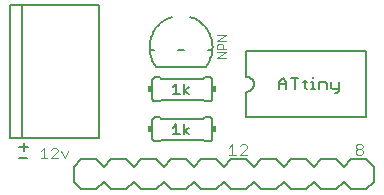
<source format=gto>
G75*
%MOIN*%
%OFA0B0*%
%FSLAX24Y24*%
%IPPOS*%
%LPD*%
%AMOC8*
5,1,8,0,0,1.08239X$1,22.5*
%
%ADD10C,0.0040*%
%ADD11C,0.0080*%
%ADD12C,0.0060*%
%ADD13C,0.0070*%
%ADD14R,0.0150X0.0200*%
%ADD15C,0.0050*%
%ADD16C,0.0030*%
D10*
X001209Y001590D02*
X001429Y001590D01*
X001319Y001590D02*
X001319Y001920D01*
X001209Y001810D01*
X001550Y001865D02*
X001605Y001920D01*
X001715Y001920D01*
X001770Y001865D01*
X001770Y001810D01*
X001550Y001590D01*
X001770Y001590D01*
X002000Y001590D02*
X002111Y001810D01*
X001890Y001810D02*
X002000Y001590D01*
X007472Y001680D02*
X007712Y001680D01*
X007592Y001680D02*
X007592Y002040D01*
X007472Y001920D01*
X007840Y001980D02*
X007900Y002040D01*
X008020Y002040D01*
X008080Y001980D01*
X008080Y001920D01*
X007840Y001680D01*
X008080Y001680D01*
X011700Y001760D02*
X011760Y001700D01*
X011880Y001700D01*
X011940Y001760D01*
X011940Y001820D01*
X011880Y001880D01*
X011760Y001880D01*
X011700Y001820D01*
X011700Y001760D01*
X011760Y001880D02*
X011700Y001940D01*
X011700Y002000D01*
X011760Y002060D01*
X011880Y002060D01*
X011940Y002000D01*
X011940Y001940D01*
X011880Y001880D01*
D11*
X002310Y001300D02*
X002310Y000800D01*
X002560Y000550D01*
X003060Y000550D01*
X003310Y000800D01*
X003560Y000550D01*
X004060Y000550D01*
X004310Y000800D01*
X004560Y000550D01*
X005060Y000550D01*
X005310Y000800D01*
X005560Y000550D01*
X006060Y000550D01*
X006310Y000800D01*
X006560Y000550D01*
X007060Y000550D01*
X007310Y000800D01*
X007560Y000550D01*
X008060Y000550D01*
X008310Y000800D01*
X008560Y000550D01*
X009060Y000550D01*
X009310Y000800D01*
X009560Y000550D01*
X010060Y000550D01*
X010310Y000800D01*
X010560Y000550D01*
X011060Y000550D01*
X011310Y000800D01*
X011560Y000550D01*
X012060Y000550D01*
X012310Y000800D01*
X012310Y001300D01*
X012060Y001550D01*
X011560Y001550D01*
X011310Y001300D01*
X011060Y001550D01*
X010560Y001550D01*
X010310Y001300D01*
X010060Y001550D01*
X009560Y001550D01*
X009310Y001300D01*
X009060Y001550D01*
X008560Y001550D01*
X008310Y001300D01*
X008060Y001550D01*
X007560Y001550D01*
X007310Y001300D01*
X007060Y001550D01*
X006560Y001550D01*
X006310Y001300D01*
X006060Y001550D01*
X005560Y001550D01*
X005310Y001300D01*
X005060Y001550D01*
X004560Y001550D01*
X004310Y001300D01*
X004060Y001550D01*
X003560Y001550D01*
X003310Y001300D01*
X003060Y001550D01*
X002560Y001550D01*
X002310Y001300D01*
X000760Y001580D02*
X000480Y001580D01*
X000630Y001820D02*
X000630Y002100D01*
X000584Y002271D02*
X000584Y006680D01*
X003144Y006680D01*
X003144Y002271D01*
X000584Y002271D01*
X000191Y002271D01*
X000191Y006680D01*
X000584Y006680D01*
X000490Y001960D02*
X000770Y001960D01*
D12*
X004920Y002250D02*
X004920Y002850D01*
X004922Y002867D01*
X004926Y002884D01*
X004933Y002900D01*
X004943Y002914D01*
X004956Y002927D01*
X004970Y002937D01*
X004986Y002944D01*
X005003Y002948D01*
X005020Y002950D01*
X005170Y002950D01*
X005220Y002900D01*
X006620Y002900D01*
X006670Y002950D01*
X006820Y002950D01*
X006837Y002948D01*
X006854Y002944D01*
X006870Y002937D01*
X006884Y002927D01*
X006897Y002914D01*
X006907Y002900D01*
X006914Y002884D01*
X006918Y002867D01*
X006920Y002850D01*
X006920Y002250D01*
X006918Y002233D01*
X006914Y002216D01*
X006907Y002200D01*
X006897Y002186D01*
X006884Y002173D01*
X006870Y002163D01*
X006854Y002156D01*
X006837Y002152D01*
X006820Y002150D01*
X006670Y002150D01*
X006620Y002200D01*
X005220Y002200D01*
X005170Y002150D01*
X005020Y002150D01*
X005003Y002152D01*
X004986Y002156D01*
X004970Y002163D01*
X004956Y002173D01*
X004943Y002186D01*
X004933Y002200D01*
X004926Y002216D01*
X004922Y002233D01*
X004920Y002250D01*
X005020Y003480D02*
X005170Y003480D01*
X005220Y003530D01*
X006620Y003530D01*
X006670Y003480D01*
X006820Y003480D01*
X006837Y003482D01*
X006854Y003486D01*
X006870Y003493D01*
X006884Y003503D01*
X006897Y003516D01*
X006907Y003530D01*
X006914Y003546D01*
X006918Y003563D01*
X006920Y003580D01*
X006920Y004180D01*
X006918Y004197D01*
X006914Y004214D01*
X006907Y004230D01*
X006897Y004244D01*
X006884Y004257D01*
X006870Y004267D01*
X006854Y004274D01*
X006837Y004278D01*
X006820Y004280D01*
X006670Y004280D01*
X006620Y004230D01*
X005220Y004230D01*
X005170Y004280D01*
X005020Y004280D01*
X005003Y004278D01*
X004986Y004274D01*
X004970Y004267D01*
X004956Y004257D01*
X004943Y004244D01*
X004933Y004230D01*
X004926Y004214D01*
X004922Y004197D01*
X004920Y004180D01*
X004920Y003580D01*
X004922Y003563D01*
X004926Y003546D01*
X004933Y003530D01*
X004943Y003516D01*
X004956Y003503D01*
X004970Y003493D01*
X004986Y003486D01*
X005003Y003482D01*
X005020Y003480D01*
X008060Y003800D02*
X008060Y002950D01*
X012060Y002950D01*
X012060Y005150D01*
X008060Y005150D01*
X008060Y004300D01*
X008090Y004298D01*
X008120Y004293D01*
X008149Y004284D01*
X008176Y004271D01*
X008202Y004256D01*
X008226Y004237D01*
X008247Y004216D01*
X008266Y004192D01*
X008281Y004166D01*
X008294Y004139D01*
X008303Y004110D01*
X008308Y004080D01*
X008310Y004050D01*
X008308Y004020D01*
X008303Y003990D01*
X008294Y003961D01*
X008281Y003934D01*
X008266Y003908D01*
X008247Y003884D01*
X008226Y003863D01*
X008202Y003844D01*
X008176Y003829D01*
X008149Y003816D01*
X008120Y003807D01*
X008090Y003802D01*
X008060Y003800D01*
D13*
X009145Y003875D02*
X009145Y004120D01*
X009267Y004242D01*
X009390Y004120D01*
X009390Y003875D01*
X009670Y003875D02*
X009670Y004242D01*
X009792Y004242D02*
X009547Y004242D01*
X009390Y004059D02*
X009145Y004059D01*
X009950Y004120D02*
X010072Y004120D01*
X010011Y004181D02*
X010011Y003936D01*
X010072Y003875D01*
X010218Y003875D02*
X010340Y003875D01*
X010279Y003875D02*
X010279Y004120D01*
X010218Y004120D01*
X010279Y004242D02*
X010279Y004304D01*
X010486Y004120D02*
X010670Y004120D01*
X010731Y004059D01*
X010731Y003875D01*
X010889Y003936D02*
X010950Y003875D01*
X011134Y003875D01*
X011134Y003814D02*
X011072Y003753D01*
X011011Y003753D01*
X011134Y003814D02*
X011134Y004120D01*
X010889Y004120D02*
X010889Y003936D01*
X010486Y003875D02*
X010486Y004120D01*
D14*
X006995Y003880D03*
X004845Y003880D03*
X004845Y002550D03*
X006995Y002550D03*
D15*
X006140Y002604D02*
X005968Y002490D01*
X006140Y002375D01*
X005968Y002375D02*
X005968Y002719D01*
X005720Y002719D02*
X005720Y002375D01*
X005606Y002375D02*
X005835Y002375D01*
X005606Y002604D02*
X005720Y002719D01*
X005720Y003715D02*
X005720Y004059D01*
X005606Y003944D01*
X005606Y003715D02*
X005835Y003715D01*
X005968Y003715D02*
X005968Y004059D01*
X006140Y003944D02*
X005968Y003830D01*
X006140Y003715D01*
X006705Y004630D02*
X005055Y004630D01*
X004993Y005180D02*
X004835Y005180D01*
X005767Y005180D02*
X005993Y005180D01*
X005055Y004630D02*
X005020Y004678D01*
X004987Y004728D01*
X004956Y004780D01*
X004929Y004834D01*
X004905Y004889D01*
X004885Y004946D01*
X004867Y005003D01*
X004853Y005061D01*
X004842Y005120D01*
X004835Y005180D01*
X004831Y005242D01*
X004830Y005305D01*
X004834Y005367D01*
X004841Y005429D01*
X004851Y005490D01*
X004866Y005551D01*
X004884Y005611D01*
X004905Y005670D01*
X004930Y005727D01*
X004958Y005782D01*
X004989Y005836D01*
X005024Y005888D01*
X005062Y005938D01*
X005102Y005985D01*
X005146Y006030D01*
X005191Y006073D01*
X005240Y006112D01*
X005290Y006149D01*
X005343Y006182D01*
X005397Y006213D01*
X005454Y006240D01*
X005511Y006263D01*
X005570Y006283D01*
X006190Y006283D02*
X006250Y006263D01*
X006309Y006239D01*
X006366Y006211D01*
X006421Y006180D01*
X006475Y006145D01*
X006526Y006108D01*
X006575Y006067D01*
X006621Y006023D01*
X006665Y005977D01*
X006706Y005928D01*
X006744Y005877D01*
X006778Y005824D01*
X006810Y005768D01*
X006837Y005711D01*
X006862Y005652D01*
X006882Y005592D01*
X006900Y005531D01*
X006913Y005469D01*
X006922Y005406D01*
X006928Y005343D01*
X006930Y005279D01*
X006928Y005215D01*
X006922Y005152D01*
X006913Y005089D01*
X006899Y005027D01*
X006882Y004966D01*
X006861Y004906D01*
X006837Y004847D01*
X006809Y004790D01*
X006777Y004734D01*
X006742Y004681D01*
X006705Y004630D01*
X006767Y005180D02*
X006925Y005180D01*
D16*
X007095Y005210D02*
X007095Y005355D01*
X007143Y005403D01*
X007240Y005403D01*
X007288Y005355D01*
X007288Y005210D01*
X007385Y005210D02*
X007095Y005210D01*
X007095Y005108D02*
X007385Y005108D01*
X007095Y004915D01*
X007385Y004915D01*
X007385Y005504D02*
X007095Y005504D01*
X007385Y005698D01*
X007095Y005698D01*
M02*

</source>
